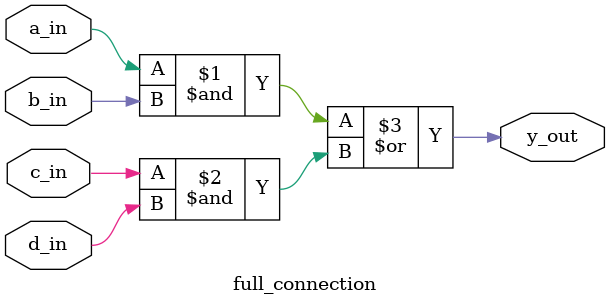
<source format=v>
`timescale 1ns / 1ps


module full_connection(
    input a_in,
    input b_in,
    input c_in,
    input d_in,
    output y_out
    );
    
    assign y_out = (a_in & b_in) | (c_in & d_in);
    
specify
    if({a_in,b_in}==2'b10)
        (a_in,b_in *> y_out) = 2;
    if({a_in,b_in} != 2'b10)
        (a_in,b_in *> y_out) = 1;
endspecify
endmodule

</source>
